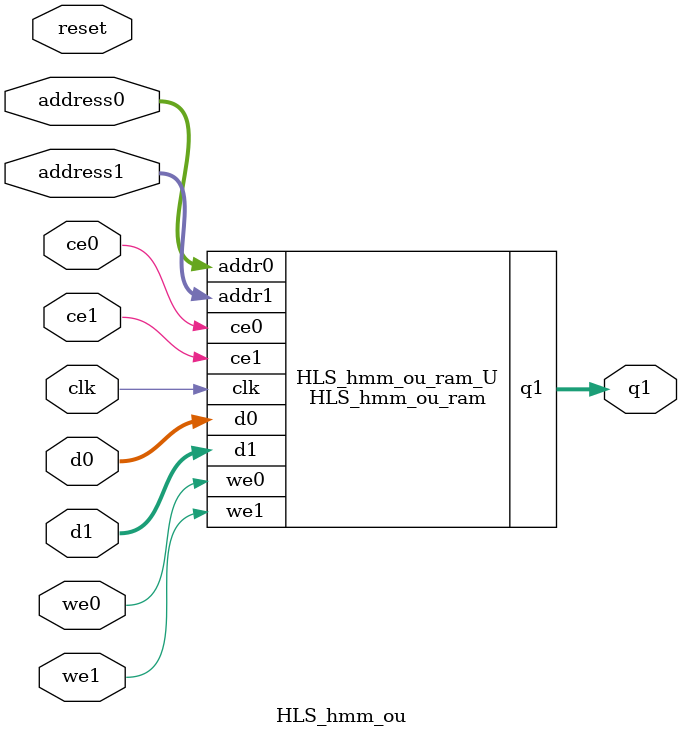
<source format=v>

`timescale 1 ns / 1 ps
module HLS_hmm_ou_ram (addr0, ce0, d0, we0, addr1, ce1, d1, we1, q1,  clk);

parameter DWIDTH = 32;
parameter AWIDTH = 3;
parameter MEM_SIZE = 6;

input[AWIDTH-1:0] addr0;
input ce0;
input[DWIDTH-1:0] d0;
input we0;
input[AWIDTH-1:0] addr1;
input ce1;
input[DWIDTH-1:0] d1;
input we1;
output reg[DWIDTH-1:0] q1;
input clk;

(* ram_style = "block" *)reg [DWIDTH-1:0] ram[MEM_SIZE-1:0];




always @(posedge clk)  
begin 
    if (ce0) 
    begin
        if (we0) 
        begin 
            ram[addr0] <= d0; 
        end 
    end
end


always @(posedge clk)  
begin 
    if (ce1) 
    begin
        if (we1) 
        begin 
            ram[addr1] <= d1; 
            q1 <= d1;
        end 
        else 
            q1 <= ram[addr1];
    end
end


endmodule


`timescale 1 ns / 1 ps
module HLS_hmm_ou(
    reset,
    clk,
    address0,
    ce0,
    we0,
    d0,
    address1,
    ce1,
    we1,
    d1,
    q1);

parameter DataWidth = 32'd32;
parameter AddressRange = 32'd6;
parameter AddressWidth = 32'd3;
input reset;
input clk;
input[AddressWidth - 1:0] address0;
input ce0;
input we0;
input[DataWidth - 1:0] d0;
input[AddressWidth - 1:0] address1;
input ce1;
input we1;
input[DataWidth - 1:0] d1;
output[DataWidth - 1:0] q1;



HLS_hmm_ou_ram HLS_hmm_ou_ram_U(
    .clk( clk ),
    .addr0( address0 ),
    .ce0( ce0 ),
    .d0( d0 ),
    .we0( we0 ),
    .addr1( address1 ),
    .ce1( ce1 ),
    .d1( d1 ),
    .we1( we1 ),
    .q1( q1 ));

endmodule


</source>
